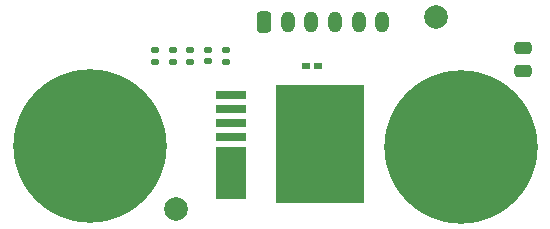
<source format=gbr>
%TF.GenerationSoftware,KiCad,Pcbnew,(6.0.8)*%
%TF.CreationDate,2023-11-18T01:52:55+01:00*%
%TF.ProjectId,BTS50005-1LUA_TestBoard,42545335-3030-4303-952d-314c55415f54,rev?*%
%TF.SameCoordinates,Original*%
%TF.FileFunction,Soldermask,Top*%
%TF.FilePolarity,Negative*%
%FSLAX46Y46*%
G04 Gerber Fmt 4.6, Leading zero omitted, Abs format (unit mm)*
G04 Created by KiCad (PCBNEW (6.0.8)) date 2023-11-18 01:52:55*
%MOMM*%
%LPD*%
G01*
G04 APERTURE LIST*
G04 Aperture macros list*
%AMRoundRect*
0 Rectangle with rounded corners*
0 $1 Rounding radius*
0 $2 $3 $4 $5 $6 $7 $8 $9 X,Y pos of 4 corners*
0 Add a 4 corners polygon primitive as box body*
4,1,4,$2,$3,$4,$5,$6,$7,$8,$9,$2,$3,0*
0 Add four circle primitives for the rounded corners*
1,1,$1+$1,$2,$3*
1,1,$1+$1,$4,$5*
1,1,$1+$1,$6,$7*
1,1,$1+$1,$8,$9*
0 Add four rect primitives between the rounded corners*
20,1,$1+$1,$2,$3,$4,$5,0*
20,1,$1+$1,$4,$5,$6,$7,0*
20,1,$1+$1,$6,$7,$8,$9,0*
20,1,$1+$1,$8,$9,$2,$3,0*%
G04 Aperture macros list end*
%ADD10R,2.600000X0.800000*%
%ADD11R,2.600000X4.400000*%
%ADD12R,7.410000X10.000000*%
%ADD13R,0.800000X0.600000*%
%ADD14RoundRect,0.250000X-0.350000X-0.650000X0.350000X-0.650000X0.350000X0.650000X-0.350000X0.650000X0*%
%ADD15O,1.200000X1.800000*%
%ADD16C,2.000000*%
%ADD17RoundRect,0.135000X0.185000X-0.135000X0.185000X0.135000X-0.185000X0.135000X-0.185000X-0.135000X0*%
%ADD18RoundRect,0.135000X-0.185000X0.135000X-0.185000X-0.135000X0.185000X-0.135000X0.185000X0.135000X0*%
%ADD19RoundRect,0.140000X-0.170000X0.140000X-0.170000X-0.140000X0.170000X-0.140000X0.170000X0.140000X0*%
%ADD20RoundRect,0.250000X0.475000X-0.250000X0.475000X0.250000X-0.475000X0.250000X-0.475000X-0.250000X0*%
%ADD21C,0.900000*%
%ADD22C,13.000000*%
G04 APERTURE END LIST*
D10*
%TO.C,Q1*%
X116465000Y-38300000D03*
X116465000Y-39500000D03*
X116465000Y-40700000D03*
X116465000Y-41900000D03*
D11*
X116465000Y-44900000D03*
D12*
X124000000Y-42500000D03*
%TD*%
D13*
%TO.C,RT1*%
X123791600Y-35864800D03*
X122791600Y-35864800D03*
%TD*%
D14*
%TO.C,J1*%
X119250000Y-32175000D03*
D15*
X121250000Y-32175000D03*
X123250000Y-32175000D03*
X125250000Y-32175000D03*
X127250000Y-32175000D03*
X129250000Y-32175000D03*
%TD*%
D16*
%TO.C,TP2*%
X111750000Y-48000000D03*
%TD*%
D17*
%TO.C,R1*%
X113000000Y-35500000D03*
X113000000Y-34480000D03*
%TD*%
D18*
%TO.C,R2*%
X116000000Y-34480000D03*
X116000000Y-35500000D03*
%TD*%
D19*
%TO.C,C2*%
X110000000Y-34540000D03*
X110000000Y-35500000D03*
%TD*%
D20*
%TO.C,C3*%
X141200000Y-36250000D03*
X141200000Y-34350000D03*
%TD*%
D21*
%TO.C,H1*%
X135890000Y-37825000D03*
X131015000Y-42700000D03*
D22*
X135890000Y-42700000D03*
D21*
X139337146Y-46147146D03*
X139337146Y-39252854D03*
X135890000Y-47575000D03*
X132442854Y-46147146D03*
X132442854Y-39252854D03*
X140765000Y-42700000D03*
%TD*%
D16*
%TO.C,TP1*%
X133800000Y-31700000D03*
%TD*%
D21*
%TO.C,H2*%
X109375000Y-42670000D03*
D22*
X104500000Y-42670000D03*
D21*
X107947146Y-46117146D03*
X107947146Y-39222854D03*
X101052854Y-39222854D03*
X104500000Y-37795000D03*
X101052854Y-46117146D03*
X104500000Y-47545000D03*
X99625000Y-42670000D03*
%TD*%
D19*
%TO.C,C1*%
X114500000Y-34510000D03*
X114500000Y-35470000D03*
%TD*%
D17*
%TO.C,R3*%
X111500000Y-35550000D03*
X111500000Y-34530000D03*
%TD*%
M02*

</source>
